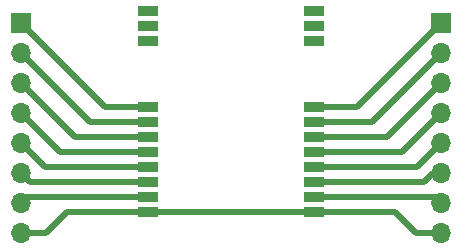
<source format=gbr>
%TF.GenerationSoftware,KiCad,Pcbnew,6.0.10+dfsg-1~bpo11+1*%
%TF.CreationDate,2023-01-17T09:00:28+03:00*%
%TF.ProjectId,e22-22dBm,6532322d-3232-4644-926d-2e6b69636164,rev?*%
%TF.SameCoordinates,Original*%
%TF.FileFunction,Copper,L1,Top*%
%TF.FilePolarity,Positive*%
%FSLAX46Y46*%
G04 Gerber Fmt 4.6, Leading zero omitted, Abs format (unit mm)*
G04 Created by KiCad (PCBNEW 6.0.10+dfsg-1~bpo11+1) date 2023-01-17 09:00:28*
%MOMM*%
%LPD*%
G01*
G04 APERTURE LIST*
%TA.AperFunction,SMDPad,CuDef*%
%ADD10R,1.800000X0.900000*%
%TD*%
%TA.AperFunction,ComponentPad*%
%ADD11R,1.700000X1.700000*%
%TD*%
%TA.AperFunction,ComponentPad*%
%ADD12O,1.700000X1.700000*%
%TD*%
%TA.AperFunction,Conductor*%
%ADD13C,0.500000*%
%TD*%
G04 APERTURE END LIST*
D10*
%TO.P,U1,1,GND@1*%
%TO.N,Net-(J2-Pad1)*%
X143000000Y-91000000D03*
%TO.P,U1,2,GND@2*%
X143000000Y-92270000D03*
%TO.P,U1,3,GND@3*%
X143000000Y-93540000D03*
%TO.P,U1,4,GND@4*%
X143000000Y-99110000D03*
%TO.P,U1,5,GND@5*%
%TO.N,Net-(J2-Pad2)*%
X143000000Y-100380000D03*
%TO.P,U1,6,RXEN*%
%TO.N,Net-(J2-Pad3)*%
X143000000Y-101650000D03*
%TO.P,U1,7,TXEN*%
%TO.N,Net-(J2-Pad4)*%
X143000000Y-102920000D03*
%TO.P,U1,8,DIO2*%
%TO.N,Net-(J2-Pad5)*%
X143000000Y-104190000D03*
%TO.P,U1,9,VCC*%
%TO.N,Net-(J2-Pad6)*%
X143000000Y-105460000D03*
%TO.P,U1,10,GND@4*%
%TO.N,Net-(J2-Pad7)*%
X143000000Y-106730000D03*
%TO.P,U1,11,GND@5*%
%TO.N,GND*%
X143000000Y-108000000D03*
%TO.P,U1,12,GND@6*%
X157000000Y-108000000D03*
%TO.P,U1,13,DIO1*%
%TO.N,Net-(J1-Pad7)*%
X157000000Y-106730000D03*
%TO.P,U1,14,BUSY*%
%TO.N,Net-(J1-Pad6)*%
X157000000Y-105460000D03*
%TO.P,U1,15,NRST*%
%TO.N,Net-(J1-Pad5)*%
X157000000Y-104190000D03*
%TO.P,U1,16,MISO*%
%TO.N,Net-(J1-Pad4)*%
X157000000Y-102920000D03*
%TO.P,U1,17,MOSI*%
%TO.N,Net-(J1-Pad3)*%
X157000000Y-101650000D03*
%TO.P,U1,18,SCK*%
%TO.N,Net-(J1-Pad2)*%
X157000000Y-100380000D03*
%TO.P,U1,19,NSS*%
%TO.N,Net-(J1-Pad1)*%
X157000000Y-99110000D03*
%TO.P,U1,20,GND@7*%
%TO.N,unconnected-(U1-Pad20)*%
X157000000Y-93540000D03*
%TO.P,U1,21,ANT*%
%TO.N,unconnected-(U1-Pad21)*%
X157000000Y-92270000D03*
%TO.P,U1,22,GND@8*%
%TO.N,unconnected-(U1-Pad22)*%
X157000000Y-91000000D03*
%TD*%
D11*
%TO.P,J1,1,Pin_1*%
%TO.N,Net-(J1-Pad1)*%
X167780000Y-92000000D03*
D12*
%TO.P,J1,2,Pin_2*%
%TO.N,Net-(J1-Pad2)*%
X167780000Y-94540000D03*
%TO.P,J1,3,Pin_3*%
%TO.N,Net-(J1-Pad3)*%
X167780000Y-97080000D03*
%TO.P,J1,4,Pin_4*%
%TO.N,Net-(J1-Pad4)*%
X167780000Y-99620000D03*
%TO.P,J1,5,Pin_5*%
%TO.N,Net-(J1-Pad5)*%
X167780000Y-102160000D03*
%TO.P,J1,6,Pin_6*%
%TO.N,Net-(J1-Pad6)*%
X167780000Y-104700000D03*
%TO.P,J1,7,Pin_7*%
%TO.N,Net-(J1-Pad7)*%
X167780000Y-107240000D03*
%TO.P,J1,8,Pin_8*%
%TO.N,GND*%
X167780000Y-109780000D03*
%TD*%
D11*
%TO.P,J2,1,Pin_1*%
%TO.N,Net-(J2-Pad1)*%
X132220000Y-92000000D03*
D12*
%TO.P,J2,2,Pin_2*%
%TO.N,Net-(J2-Pad2)*%
X132220000Y-94540000D03*
%TO.P,J2,3,Pin_3*%
%TO.N,Net-(J2-Pad3)*%
X132220000Y-97080000D03*
%TO.P,J2,4,Pin_4*%
%TO.N,Net-(J2-Pad4)*%
X132220000Y-99620000D03*
%TO.P,J2,5,Pin_5*%
%TO.N,Net-(J2-Pad5)*%
X132220000Y-102160000D03*
%TO.P,J2,6,Pin_6*%
%TO.N,Net-(J2-Pad6)*%
X132220000Y-104700000D03*
%TO.P,J2,7,Pin_7*%
%TO.N,Net-(J2-Pad7)*%
X132220000Y-107240000D03*
%TO.P,J2,8,Pin_8*%
%TO.N,GND*%
X132220000Y-109780000D03*
%TD*%
D13*
%TO.N,Net-(J2-Pad7)*%
X143000000Y-106730000D02*
X132730000Y-106730000D01*
X132730000Y-106730000D02*
X132220000Y-107240000D01*
%TO.N,Net-(J1-Pad7)*%
X157000000Y-106730000D02*
X167270000Y-106730000D01*
X167270000Y-106730000D02*
X167780000Y-107240000D01*
%TO.N,Net-(J1-Pad6)*%
X157000000Y-105460000D02*
X166320000Y-105460000D01*
X166320000Y-105460000D02*
X167080000Y-104700000D01*
X167080000Y-104700000D02*
X167780000Y-104700000D01*
%TO.N,Net-(J2-Pad6)*%
X132980000Y-105460000D02*
X132220000Y-104700000D01*
X143000000Y-105460000D02*
X132980000Y-105460000D01*
%TO.N,GND*%
X143000000Y-108000000D02*
X136094000Y-108000000D01*
X136094000Y-108000000D02*
X134314000Y-109780000D01*
X134314000Y-109780000D02*
X132220000Y-109780000D01*
X157000000Y-108000000D02*
X163880000Y-108000000D01*
X163880000Y-108000000D02*
X165660000Y-109780000D01*
X165660000Y-109780000D02*
X167780000Y-109780000D01*
%TO.N,Net-(J1-Pad1)*%
X160670000Y-99110000D02*
X167780000Y-92000000D01*
X157000000Y-99110000D02*
X160670000Y-99110000D01*
%TO.N,Net-(J1-Pad2)*%
X157000000Y-100380000D02*
X161940000Y-100380000D01*
X161940000Y-100380000D02*
X167780000Y-94540000D01*
%TO.N,Net-(J1-Pad3)*%
X157000000Y-101650000D02*
X163210000Y-101650000D01*
X163210000Y-101650000D02*
X167780000Y-97080000D01*
%TO.N,Net-(J1-Pad4)*%
X157000000Y-102920000D02*
X164480000Y-102920000D01*
X164480000Y-102920000D02*
X167780000Y-99620000D01*
%TO.N,Net-(J1-Pad5)*%
X165750000Y-104190000D02*
X167780000Y-102160000D01*
X157000000Y-104190000D02*
X165750000Y-104190000D01*
%TO.N,GND*%
X157000000Y-108000000D02*
X143000000Y-108000000D01*
%TO.N,Net-(J2-Pad1)*%
X139330000Y-99110000D02*
X132220000Y-92000000D01*
X143000000Y-99110000D02*
X139330000Y-99110000D01*
%TO.N,Net-(J2-Pad2)*%
X143000000Y-100380000D02*
X138060000Y-100380000D01*
X138060000Y-100380000D02*
X132220000Y-94540000D01*
%TO.N,Net-(J2-Pad3)*%
X136790000Y-101650000D02*
X132220000Y-97080000D01*
X143000000Y-101650000D02*
X136790000Y-101650000D01*
%TO.N,Net-(J2-Pad4)*%
X135520000Y-102920000D02*
X132220000Y-99620000D01*
X143000000Y-102920000D02*
X135520000Y-102920000D01*
%TO.N,Net-(J2-Pad5)*%
X134250000Y-104190000D02*
X132220000Y-102160000D01*
X143000000Y-104190000D02*
X134250000Y-104190000D01*
%TD*%
M02*

</source>
